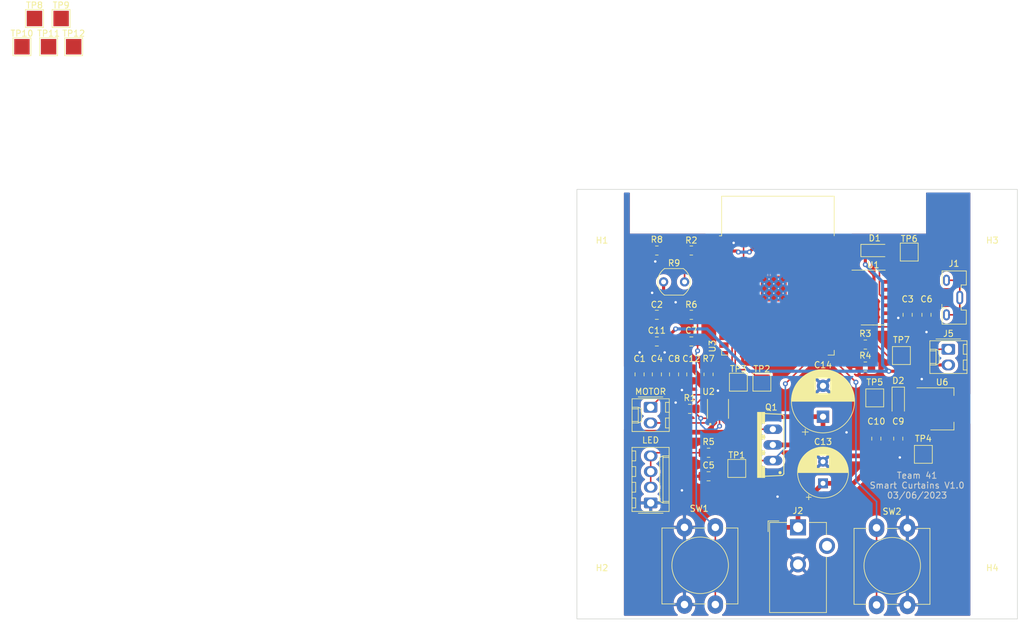
<source format=kicad_pcb>
(kicad_pcb (version 20211014) (generator pcbnew)
  (layers (0 "F.Cu" signal) (31 "B.Cu" signal) (34 "B.Paste" user) (35 "F.Paste" user) (36 "B.SilkS" user "B.Silkscreen") (37 "F.SilkS" user "F.Silkscreen") (38 "B.Mask" user) (39 "F.Mask" user) (44 "Edge.Cuts" user))
  (net 0 "")
  (net 1 "Net-(C3-Pad1)")
  (net 2 "GND")
  (net 3 "+9V")
  (net 4 "/FWD")
  (net 5 "/REV")
  (net 6 "Net-(J1-Pad2)")
  (net 7 "/V_PHOTO")
  (net 8 "Net-(C7-Pad1)")
  (net 9 "+3V3")
  (net 10 "Net-(C10-Pad1)")
  (net 11 "Net-(J1-Pad3)")
  (net 13 "unconnected-(J1-Pad6)")
  (net 14 "Net-(U2-Pad11)")
  (net 15 "/LED")
  (net 16 "/SNS")
  (net 17 "Net-(Q1-PadS)")
  (net 18 "Net-(R2-Pad1)")
  (net 19 "Net-(R3-Pad1)")
  (net 20 "Net-(R7-Pad1)")
  (net 27 "/TXD0")
  (net 28 "/RXD0")
  (net 54 "Net-(C6-Pad1)")
  (net 60 "Net-(SW2-Pad1)")
  (net 63 "Net-(R3-Pad2)")
  (net 64 "Net-(U2-Pad2)")
  (net 65 "Net-(R5-Pad2)")
  (footprint "Capacitor_SMD:C_0805_2012Metric_Pad1.18x1.45mm_HandSolder" (layer "F.Cu") (at 134.112 97.028 180)
    (fp_text reference "C5")
    (fp_text value "1u")
  )
  (footprint "Resistor_SMD:R_0805_2012Metric_Pad1.20x1.40mm_HandSolder" (layer "F.Cu") (at 131.318 70.866)
    (fp_text reference "R6")
    (fp_text value "10k")
  )
  (footprint "TestPoint:TestPoint_Pad_2.5x2.5mm" (layer "F.Cu") (at 161.036 84.328)
    (fp_text reference "TP5")
    (fp_text value "TestPoint")
  )
  (footprint "Connector_Molex:Molex_KK-254_AE-6410-04A_1x04_P2.54mm_Vertical" (layer "F.Cu") (at 124.734 101.346 90)
    (fp_text reference "J4" hide)
    (fp_text value "LED")
  )
  (footprint "Capacitor_SMD:C_0805_2012Metric_Pad1.18x1.45mm_HandSolder" (layer "F.Cu") (at 164.846 90.932 -90)
    (fp_text reference "C9")
    (fp_text value "10u")
  )
  (footprint "Capacitor_SMD:C_0805_2012Metric_Pad1.18x1.45mm_HandSolder" (layer "F.Cu") (at 166.37 70.866 -90)
    (fp_text reference "C3")
    (fp_text value ".47u")
  )
  (footprint "Capacitor_SMD:C_0805_2012Metric_Pad1.18x1.45mm_HandSolder" (layer "F.Cu") (at 128.524 80.518 -90)
    (fp_text reference "C8")
    (fp_text value "10u")
  )
  (footprint "Button_Switch_THT:SW_PUSH-12mm_Wuerth-430476085716" (layer "F.Cu") (at 130.208 117.81 90)
    (fp_text reference "SW1")
    (fp_text value "RST")
  )
  (footprint "Capacitor_THT:CP_Radial_D10.0mm_P5.00mm" (layer "F.Cu") (at 152.654 87.376 90)
    (fp_text reference "C14")
    (fp_text value "470u")
  )
  (footprint "TestPoint:TestPoint_Pad_2.5x2.5mm" (layer "F.Cu") (at 138.938 81.788)
    (fp_text reference "TP3")
    (fp_text value "TestPoint")
  )
  (footprint "Package_SO:SOIC-14_3.9x8.7mm_P1.27mm" (layer "F.Cu") (at 160.782 68.072)
    (fp_text reference "U1")
    (fp_text value "MCP2221AxSL")
  )
  (footprint "Capacitor_SMD:C_0805_2012Metric_Pad1.18x1.45mm_HandSolder" (layer "F.Cu") (at 122.936 80.518 -90)
    (fp_text reference "C1")
    (fp_text value ".1u")
  )
  (footprint "TestPoint:TestPoint_Pad_2.5x2.5mm" (layer "F.Cu") (at 166.624 60.706)
    (fp_text reference "TP6")
    (fp_text value "TestPoint")
  )
  (footprint "TestPoint:TestPoint_Pad_2.5x2.5mm" (layer "F.Cu") (at 31.242 27.432)
    (fp_text reference "TP12")
    (fp_text value "TestPoint")
  )
  (footprint "MountingHole:MountingHole_3.2mm_M3" (layer "F.Cu") (at 180.086 54.61 180)
    (fp_text reference "H3")
    (fp_text value "MountingHole")
  )
  (footprint "TestPoint:TestPoint_Pad_2.5x2.5mm" (layer "F.Cu") (at 27.178 27.432)
    (fp_text reference "TP11")
    (fp_text value "TestPoint")
  )
  (footprint "Resistor_SMD:R_0805_2012Metric_Pad1.20x1.40mm_HandSolder" (layer "F.Cu") (at 131.064 86.106 180)
    (fp_text reference "R1")
    (fp_text value "1k")
  )
  (footprint "TestPoint:TestPoint_Pad_2.5x2.5mm" (layer "F.Cu") (at 24.892 22.86)
    (fp_text reference "TP8")
    (fp_text value "TestPoint")
  )
  (footprint "Capacitor_SMD:C_0805_2012Metric_Pad1.18x1.45mm_HandSolder" (layer "F.Cu") (at 169.418 70.866 -90)
    (fp_text reference "C6")
    (fp_text value "1u")
  )
  (footprint "Button_Switch_THT:SW_PUSH-12mm_Wuerth-430476085716" (layer "F.Cu") (at 161.33 117.872 90)
    (fp_text reference "SW2")
    (fp_text value "FLASH")
  )
  (footprint "Diode_SMD:D_SOD-123" (layer "F.Cu") (at 161.036 60.452)
    (fp_text reference "D1")
    (fp_text value "MBR0520")
  )
  (footprint "Resistor_SMD:R_0805_2012Metric_Pad1.20x1.40mm_HandSolder" (layer "F.Cu") (at 159.512 75.692 180)
    (fp_text reference "R3")
    (fp_text value "1k")
  )
  (footprint "Connector_Molex:Molex_KK-254_AE-6410-02A_1x02_P2.54mm_Vertical" (layer "F.Cu") (at 172.954 76.454 -90)
    (fp_text reference "J5")
    (fp_text value "BUTTON")
  )
  (footprint "Capacitor_SMD:C_0805_2012Metric_Pad1.18x1.45mm_HandSolder" (layer "F.Cu") (at 131.318 75.184 180)
    (fp_text reference "C7")
    (fp_text value "1u")
  )
  (footprint "Capacitor_SMD:C_0805_2012Metric_Pad1.18x1.45mm_HandSolder" (layer "F.Cu") (at 161.29 90.932 -90)
    (fp_text reference "C10")
    (fp_text value "22u")
  )
  (footprint "Capacitor_SMD:C_0805_2012Metric_Pad1.18x1.45mm_HandSolder" (layer "F.Cu") (at 125.73 75.184 180)
    (fp_text reference "C11")
    (fp_text value "22u")
  )
  (footprint "Connector_BarrelJack:BarrelJack_CUI_PJ-102AH_Horizontal" (layer "F.Cu") (at 148.602 105.306)
    (fp_text reference "J2")
    (fp_text value "9V_IN")
  )
  (footprint "TestPoint:TestPoint_Pad_2.5x2.5mm" (layer "F.Cu") (at 165.354 77.47)
    (fp_text reference "TP7")
    (fp_text value "TestPoint")
  )
  (footprint "TestPoint:TestPoint_Pad_2.5x2.5mm" (layer "F.Cu") (at 29.21 22.86)
    (fp_text reference "TP9")
    (fp_text value "TestPoint")
  )
  (footprint "IRF520:TO220BV" (layer "F.Cu") (at 141.986 91.948 90)
    (fp_text reference "Q1")
    (fp_text value "IRF520")
  )
  (footprint "Resistor_SMD:R_0805_2012Metric_Pad1.20x1.40mm_HandSolder" (layer "F.Cu") (at 134.112 93.218 180)
    (fp_text reference "R5")
    (fp_text value "1k")
  )
  (footprint "Resistor_SMD:R_0805_2012Metric_Pad1.20x1.40mm_HandSolder" (layer "F.Cu") (at 131.318 60.452)
    (fp_text reference "R2")
    (fp_text value "1k")
  )
  (footprint "RF_Module:ESP32-WROOM-32" (layer "F.Cu") (at 145.35 67.515)
    (fp_text reference "U3")
    (fp_text value "ESP32-WROOM-32")
  )
  (footprint "Capacitor_SMD:C_0805_2012Metric_Pad1.18x1.45mm_HandSolder" (layer "F.Cu") (at 125.73 80.518 -90)
    (fp_text reference "C4")
    (fp_text value "1u")
  )
  (footprint "Resistor_SMD:R_0805_2012Metric_Pad1.20x1.40mm_HandSolder" (layer "F.Cu") (at 159.512 79.248 180)
    (fp_text reference "R4")
    (fp_text value "1k")
  )
  (footprint "TestPoint:TestPoint_Pad_2.5x2.5mm" (layer "F.Cu") (at 168.91 93.472)
    (fp_text reference "TP4")
    (fp_text value "TestPoint")
  )
  (footprint "Diode_SMD:D_SOD-123" (layer "F.Cu") (at 164.846 84.836 -90)
    (fp_text reference "D2")
    (fp_text value "MBR0520")
  )
  (footprint "MAX14872ETC_:SON50P300X300X80-13N" (layer "F.Cu") (at 135.636 86.106 90)
    (fp_text reference "U2")
    (fp_text value "MAX14872ETC+")
  )
  (footprint "MountingHole:MountingHole_3.2mm_M3" (layer "F.Cu") (at 180.086 116.078)
    (fp_text reference "H4")
    (fp_text value "MountingHole")
  )
  (footprint "Resistor_SMD:R_0805_2012Metric_Pad1.20x1.40mm_HandSolder" (layer "F.Cu") (at 125.73 60.452 180)
    (fp_text reference "R8")
    (fp_text value "20k")
  )
  (footprint "TestPoint:TestPoint_Pad_2.5x2.5mm" (layer "F.Cu") (at 22.86 27.432)
    (fp_text reference "TP10")
    (fp_text value "TestPoint")
  )
  (footprint "MountingHole:MountingHole_3.2mm_M3" (layer "F.Cu") (at 116.84 116.078)
    (fp_text reference "H2")
    (fp_text value "MountingHole")
  )
  (footprint "Capacitor_THT:CP_Radial_D8.0mm_P3.50mm" (layer "F.Cu") (at 152.654 98.172651 90)
    (fp_text reference "C13")
    (fp_text value "220u")
  )
  (footprint "TestPoint:TestPoint_Pad_2.5x2.5mm" (layer "F.Cu") (at 138.684 95.758)
    (fp_text reference "TP1")
    (fp_text value "TestPoint")
  )
  (footprint "Package_TO_SOT_SMD:SOT-223" (layer "F.Cu") (at 171.958 86.106)
    (fp_text reference "U6")
    (fp_text value "AZ1117-3.3")
  )
  (footprint "TestPoint:TestPoint_Pad_2.5x2.5mm" (layer "F.Cu") (at 142.748 81.788)
    (fp_text reference "TP2")
    (fp_text value "TestPoint")
  )
  (footprint "Connector_Molex:Molex_KK-254_AE-6410-02A_1x02_P2.54mm_Vertical" (layer "F.Cu") (at 124.714 85.852 -90)
    (fp_text reference "J3" hide)
    (fp_text value "MOTOR")
  )
  (footprint "MountingHole:MountingHole_3.2mm_M3" (layer "F.Cu") (at 116.84 54.61 180)
    (fp_text reference "H1")
    (fp_text value "MountingHole")
  )
  (footprint "Capacitor_SMD:C_0805_2012Metric_Pad1.18x1.45mm_HandSolder" (layer "F.Cu") (at 125.73 70.866 180)
    (fp_text reference "C2")
    (fp_text value ".1u")
  )
  (footprint "Capacitor_SMD:C_0805_2012Metric_Pad1.18x1.45mm_HandSolder" (layer "F.Cu") (at 131.318 80.518 -90)
    (fp_text reference "C12")
    (fp_text value "22u")
  )
  (footprint "Resistor_SMD:R_0805_2012Metric_Pad1.20x1.40mm_HandSolder" (layer "F.Cu") (at 134.112 80.518 90)
    (fp_text reference "R7")
    (fp_text value "10k")
  )
  (footprint "Connector_USB:USB_Micro-B_Molex-105133-0031" (layer "F.Cu") (at 173.736 68.072 90)
    (fp_text reference "J1")
    (fp_text value "USB_B_Micro")
  )
  (footprint "OptoDevice:R_LDR_5.1x4.3mm_P3.4mm_Vertical" (layer "F.Cu") (at 126.824 65.532)
    (fp_text reference "R9")
    (fp_text value "R_Photo")
  )
  (gr_rect (start 184.15 50.546) (end 112.776 120.142) (layer "Edge.Cuts") (width 0.1) (fill none))
  (gr_text "Team 41\nSmart Curtains V1.0\n03/06/2023\n\n" (at 167.894 99.314) (layer "Edge.Cuts") (effects (font (size 1 1))))
  (segment (start 164.084 68.072) (end 163.257 68.072) (width 0.254) (layer "F.Cu") (net 1))
  (segment (start 161.798 61.34) (end 161.798 67.564) (width 0.254) (layer "F.Cu") (net 1))
  (segment (start 166.37 69.8285) (end 165.8405 69.8285) (width 0.254) (layer "F.Cu") (net 1))
  (segment (start 161.798 67.564) (end 162.306 68.072) (width 0.254) (layer "F.Cu") (net 1))
  (segment (start 166.37 60.452) (end 166.624 60.706) (width 0.254) (layer "F.Cu") (net 1))
  (segment (start 165.8405 69.8285) (end 164.084 68.072) (width 0.254) (layer "F.Cu") (net 1))
  (segment (start 162.306 68.072) (end 163.257 68.072) (width 0.254) (layer "F.Cu") (net 1))
  (segment (start 162.686 60.452) (end 166.37 60.452) (width 0.254) (layer "F.Cu") (net 1))
  (segment (start 162.686 60.452) (end 161.798 61.34) (width 0.254) (layer "F.Cu") (net 1))
  (segment (start 136.6485 59.2165) (end 136.6 59.265) (width 0.254) (layer "F.Cu") (net 2))
  (segment (start 135.886 84.661) (end 135.886 83.41652) (width 0.254) (layer "F.Cu") (net 2))
  (segment (start 167.61 66.772) (end 165.1 64.262) (width 0.254) (layer "F.Cu") (net 2))
  (segment (start 172.911 66.772) (end 167.61 66.772) (width 0.254) (layer "F.Cu") (net 2))
  (segment (start 144.67 66.605) (end 145.485 66.605) (width 0.254) (layer "F.Cu") (net 2))
  (segment (start 165.1 64.262) (end 163.257 64.262) (width 0.254) (layer "F.Cu") (net 2))
  (segment (start 135.886 83.41652) (end 135.631016 83.161536) (width 0.254) (layer "F.Cu") (net 2))
  (segment (start 138.176 59.2165) (end 136.6485 59.2165) (width 0.254) (layer "F.Cu") (net 2))
  (via (at 164.846 71.374) (size 0.8) (drill 0.4) (layers "F.Cu" "B.Cu") (net 2))
  (via (at 128.778 68.834) (size 0.8) (drill 0.4) (layers "F.Cu" "B.Cu") (net 2))
  (via (at 129.794 83.058) (size 0.8) (drill 0.4) (layers "F.Cu" "B.Cu") (net 2))
  (via (at 122.936 76.962) (size 0.8) (drill 0.4) (layers "F.Cu" "B.Cu") (net 2))
  (via (at 165.1 93.98) (size 0.8) (drill 0.4) (layers "F.Cu" "B.Cu") (net 2))
  (via (at 124.968 67.31) (size 0.8) (drill 0.4) (layers "F.Cu" "B.Cu") (net 2))
  (via (at 168.656 81.28) (size 0.8) (drill 0.4) (layers "F.Cu" "B.Cu") (net 2))
  (via (at 138.176 59.2165) (size 0.8) (drill 0.4) (layers "F.Cu" "B.Cu") (net 2))
  (via (at 127 76.962) (size 0.8) (drill 0.4) (layers "F.Cu" "B.Cu") (net 2))
  (via (at 145.288 100.33) (size 0.8) (drill 0.4) (layers "F.Cu" "B.Cu") (net 2))
  (via (at 125.476 62.23) (size 0.8) (drill 0.4) (layers "F.Cu" "B.Cu") (net 2))
  (via (at 169.418 73.66) (size 0.8) (drill 0.4) (layers "F.Cu" "B.Cu") (net 2))
  (via (at 128.778 85.09) (size 0.8) (drill 0.4) (layers "F.Cu" "B.Cu") (net 2))
  (via (at 156.464 89.916) (size 0.8) (drill 0.4) (layers "F.Cu" "B.Cu") (net 2))
  (via (at 135.631016 83.161536) (size 0.8) (drill 0.4) (layers "F.Cu" "B.Cu") (net 2))
  (via (at 129.794 99.314) (size 0.8) (drill 0.4) (layers "F.Cu" "B.Cu") (net 2))
  (segment (start 140.254634 59.2165) (end 138.176 59.2165) (width 0.254) (layer "B.Cu") (net 2))
  (segment (start 143.9075 65.08) (end 143.9075 62.869366) (width 0.254) (layer "B.Cu") (net 2))
  (segment (start 143.9075 62.869366) (end 140.254634 59.2165) (width 0.254) (layer "B.Cu") (net 2))
  (segment (start 122.936 79.4805) (end 125.73 79.4805) (width 0.762) (layer "F.Cu") (net 3))
  (segment (start 131.318 79.4805) (end 132.624 80.7865) (width 0.762) (layer "F.Cu") (net 3))
  (segment (start 135.386 83.943948) (end 134.754052 83.312) (width 0.254) (layer "F.Cu") (net 3))
  (segment (start 135.386 84.661) (end 135.386 83.943948) (width 0.254) (layer "F.Cu") (net 3))
  (segment (start 128.524 79.4805) (end 131.318 79.4805) (width 0.762) (layer "F.Cu") (net 3))
  (segment (start 152.654 89.662) (end 152.654 87.376) (width 0.762) (layer "F.Cu") (net 3))
  (segment (start 143.4275 105.306) (end 148.602 105.306) (width 0.762) (layer "F.Cu") (net 3))
  (segment (start 133.858 83.312) (end 133.604 83.058) (width 0.254) (layer "F.Cu") (net 3))
  (segment (start 141.732 87.376) (end 139.221286 89.886714) (width 0.762) (layer "F.Cu") (net 3))
  (segment (start 153.162 91.948) (end 144.526 91.948) (width 0.762) (layer "F.Cu") (net 3))
  (segment (start 132.624 82.078) (end 133.604 83.058) (width 0.762) (layer "F.Cu") (net 3))
  (segment (start 122.398714 89.886714) (end 121.158 88.646) (width 0.762) (layer "F.Cu") (net 3))
  (segment (start 154.051 91.059) (end 153.162 91.948) (width 0.762) (layer "F.Cu") (net 3))
  (segment (start 121.158 80.01) (end 121.6875 79.4805) (width 0.762) (layer "F.Cu") (net 3))
  (segment (start 135.386 88.388) (end 134.674 89.1) (width 0.254) (layer "F.Cu") (net 3))
  (segment (start 152.654 87.376) (end 141.732 87.376) (width 0.762) (layer "F.Cu") (net 3))
  (segment (start 135.386 87.551) (end 135.386 88.388) (width 0.254) (layer "F.Cu") (net 3))
  (segment (start 134.674 89.1) (end 134.62 89.1) (width 0.254) (layer "F.Cu") (net 3))
  (segment (start 154.051 91.059) (end 152.654 89.662) (width 0.762) (layer "F.Cu") (net 3))
  (segment (start 166.3345 88.406) (end 164.846 89.8945) (width 0.762) (layer "F.Cu") (net 3))
  (segment (start 133.320714 89.886714) (end 122.398714 89.886714) (width 0.762) (layer "F.Cu") (net 3))
  (segment (start 163.54 92.238) (end 162.052 93.726) (width 0.762) (layer "F.Cu") (net 3))
  (segment (start 164.846 89.8945) (end 163.54 91.2005) (width 0.762) (layer "F.Cu") (net 3))
  (segment (start 148.602 102.224651) (end 152.654 98.172651) (width 0.762) (layer "F.Cu") (net 3))
  (segment (start 133.320714 89.886714) (end 133.833286 89.886714) (width 0.762) (layer "F.Cu") (net 3))
  (segment (start 162.052 93.726) (end 157.605349 98.172651) (width 0.762) (layer "F.Cu") (net 3))
  (segment (start 156.718 93.726) (end 154.051 91.059) (width 0.762) (layer "F.Cu") (net 3))
  (segment (start 168.808 88.406) (end 166.3345 88.406) (width 0.762) (layer "F.Cu") (net 3))
  (segment (start 133.833286 89.886714) (end 134.62 89.1) (width 0.762) (layer "F.Cu") (net 3))
  (segment (start 148.602 105.306) (end 148.602 102.224651) (width 0.762) (layer "F.Cu") (net 3))
  (segment (start 163.54 91.2005) (end 163.54 92.238) (width 0.762) (layer "F.Cu") (net 3))
  (segment (start 133.320714 89.886714) (end 139.221286 89.886714) (width 0.762) (layer "F.Cu") (net 3))
  (segment (start 135.1495 97.028) (end 143.4275 105.306) (width 0.762) (layer "F.Cu") (net 3))
  (segment (start 134.754052 83.312) (end 133.858 83.312) (width 0.254) (layer "F.Cu") (net 3))
  (segment (start 157.605349 98.172651) (end 152.654 98.172651) (width 0.762) (layer "F.Cu") (net 3))
  (segment (start 132.624 80.7865) (end 132.624 82.078) (width 0.762) (layer "F.Cu") (net 3))
  (segment (start 168.808 88.406) (end 168.808 93.066) (width 0.762) (layer "F.Cu") (net 3))
  (segment (start 162.052 93.726) (end 156.718 93.726) (width 0.762) (layer "F.Cu") (net 3))
  (segment (start 121.6875 79.4805) (end 122.936 79.4805) (width 0.762) (layer "F.Cu") (net 3))
  (segment (start 121.158 88.646) (end 121.158 80.01) (width 0.762) (layer "F.Cu") (net 3))
  (segment (start 125.73 79.4805) (end 128.524 79.4805) (width 0.762) (layer "F.Cu") (net 3))
  (segment (start 136.714297 88.392) (end 138.176 88.392) (width 0.254) (layer "F.Cu") (net 4))
  (segment (start 142.748 81.788) (end 140.716 79.756) (width 0.254) (layer "F.Cu") (net 4))
  (segment (start 142.748 83.82) (end 142.748 81.788) (width 0.254) (layer "F.Cu") (net 4))
  (segment (start 139.192 79.756) (end 138.43 78.994) (width 0.254) (layer "F.Cu") (net 4))
  (segment (start 136.386 87.551) (end 136.386 88.063703) (width 0.254) (layer "F.Cu") (net 4))
  (segment (start 138.43 78.994) (end 138.43 75.438) (width 0.254) (layer "F.Cu") (net 4))
  (segment (start 140.716 79.756) (end 139.192 79.756) (width 0.254) (layer "F.Cu") (net 4))
  (segment (start 141.532 72.336) (end 148.39 72.336) (width 0.254) (layer "F.Cu") (net 4))
  (segment (start 138.43 75.438) (end 141.532 72.336) (width 0.254) (layer "F.Cu") (net 4))
  (segment (start 151.301 69.425) (end 154.1 69.425) (width 0.254) (layer "F.Cu") (net 4))
  (segment (start 138.176 88.392) (end 142.748 83.82) (width 0.254) (layer "F.Cu") (net 4))
  (segment (start 136.386 88.063703) (end 136.714297 88.392) (width 0.254) (layer "F.Cu") (net 4))
  (segment (start 148.39 72.336) (end 151.301 69.425) (width 0.254) (layer "F.Cu") (net 4))
  (segment (start 138.938 86.36) (end 138.938 81.788) (width 0.254) (layer "F.Cu") (net 5))
  (segment (start 137.747 87.551) (end 138.938 86.36) (width 0.254) (layer "F.Cu") (net 5))
  (segment (start 137.922 80.772) (end 137.922 75.184) (width 0.254) (layer "F.Cu") (net 5))
  (segment (start 138.938 81.788) (end 137.922 80.772) (width 0.254) (layer "F.Cu") (net 5))
  (segment (start 136.886 87.551) (end 137.747 87.551) (width 0.254) (layer "F.Cu") (net 5))
  (segment (start 151.809 68.155) (end 154.1 68.155) (width 0.254) (layer "F.Cu") (net 5))
  (segment (start 141.224 71.882) (end 148.082 71.882) (width 0.254) (layer "F.Cu") (net 5))
  (segment (start 148.082 71.882) (end 151.809 68.155) (width 0.254) (layer "F.Cu") (net 5))
  (segment (start 137.922 75.184) (end 141.224 71.882) (width 0.254) (layer "F.Cu") (net 5))
  (segment (start 166.766 68.722) (end 164.846 66.802) (width 0.254) (layer "F.Cu") (net 6))
  (segment (start 164.846 66.802) (end 163.257 66.802) (width 0.254) (layer "F.Cu") (net 6))
  (segment (start 172.911 68.722) (end 166.766 68.722) (width 0.254) (layer "F.Cu") (net 6))
  (segment (start 138.938 58.166) (end 139.783 59.011) (width 0.254) (layer "F.Cu") (net 7))
  (segment (start 138.938 63.075) (end 136.6 63.075) (width 0.25) (layer "F.Cu") (net 7))
  (segment (start 139.783 59.436) (end 139.783 62.23) (width 0.25) (layer "F.Cu") (net 7))
  (segment (start 132.318 60.452) (end 132.318 60.128) (width 0.254) (layer "F.Cu") (net 7))
  (segment (start 139.783 62.23) (end 138.938 63.075) (width 0.25) (layer "F.Cu") (net 7))
  (segment (start 132.318 60.128) (end 134.28 58.166) (width 0.254) (layer "F.Cu") (net 7))
  (segment (start 134.28 58.166) (end 138.938 58.166) (width 0.254) (layer "F.Cu") (net 7))
  (segment (start 139.783 59.011) (end 139.783 59.436) (width 0.254) (layer "F.Cu") (net 7))
  (segment (start 132.318 70.866) (end 133.35 70.866) (width 0.254) (layer "F.Cu") (net 8))
  (segment (start 134.112 70.104) (end 134.112 62.738) (width 0.254) (layer "F.Cu") (net 8))
  (segment (start 132.318 70.866) (end 132.318 75.1465) (width 0.254) (layer "F.Cu") (net 8))
  (segment (start 135.208 105.31) (end 135.208 117.81) (width 0.254) (layer "F.Cu") (net 8))
  (segment (start 135.465 61.805) (end 136.6 61.805) (width 0.25) (layer "F.Cu") (net 8))
  (segment (start 134.112 62.738) (end 135.045 61.805) (width 0.254) (layer "F.Cu") (net 8))
  (segment (start 133.35 70.866) (end 134.112 70.104) (width 0.254) (layer "F.Cu") (net 8))
  (segment (start 135.045 61.805) (end 135.465 61.805) (width 0.254) (layer "F.Cu") (net 8))
  (segment (start 132.318 75.1465) (end 132.3555 75.184) (width 0.254) (layer "F.Cu") (net 8))
  (segment (start 132.334 75.2055) (end 132.3555 75.184) (width 0.254) (layer "F.Cu") (net 8))
  (segment (start 132.334 76.708) (end 132.334 75.2055) (width 0.254) (layer "F.Cu") (net 8))
  (via (at 132.334 76.708) (size 0.8) (drill 0.4) (layers "F.Cu" "B.Cu") (net 8))
  (segment (start 132.334 76.708) (end 132.115 76.927) (width 0.254) (layer "B.Cu") (net 8))
  (segment (start 132.115 76.927) (end 132.115 102.217) (width 0.254) (layer "B.Cu") (net 8))
  (segment (start 132.115 102.217) (end 135.208 105.31) (width 0.254) (layer "B.Cu") (net 8))
  (segment (start 168.402 78.994) (end 172.954 78.994) (width 0.508) (layer "F.Cu") (net 9))
  (segment (start 128.778 73.152) (end 128.778 73.1735) (width 0.508) (layer "F.Cu") (net 9))
  (segment (start 128.778 73.1735) (end 126.7675 75.184) (width 0.508) (layer "F.Cu") (net 9))
  (segment (start 132.842 68.342) (end 132.842 62.484) (width 0.508) (layer "F.Cu") (net 9))
  (segment (start 126.824 65.532) (end 126.824 70.8095) (width 0.508) (layer "F.Cu") (net 9))
  (segment (start 126.824 70.8095) (end 126.7675 70.866) (width 0.508) (layer "F.Cu") (net 9))
  (segment (start 159.512 62.738) (end 159.512 60.578) (width 0.508) (layer "F.Cu") (net 9))
  (segment (start 126.7675 70.866) (end 126.7675 75.184) (width 0.508) (layer "F.Cu") (net 9))
  (segment (start 136.6 60.535) (end 138.767 60.535) (width 0.508) (layer "F.Cu") (net 9))
  (segment (start 167.386 80.01) (end 163.322 80.01) (width 0.508) (layer "F.Cu") (net 9))
  (segment (start 158.75 60.452) (end 159.386 60.452) (width 0.508) (layer "F.Cu") (net 9))
  (segment (start 140.716 60.706) (end 143.256 58.166) (width 0.508) (layer "F.Cu") (net 9))
  (segment (start 164.846 83.186) (end 164.846 82.55) (width 0.508) (layer "F.Cu") (net 9))
  (segment (start 132.842 62.484) (end 134.791 60.535) (width 0.508) (layer "F.Cu") (net 9))
  (segment (start 159.512 60.578) (end 159.386 60.452) (width 0.508) (layer "F.Cu") (net 9))
  (segment (start 167.386 80.01) (end 168.402 78.994) (width 0.508) (layer "F.Cu") (net 9))
  (segment (start 134.791 60.535) (end 136.6 60.535) (width 0.508) (layer "F.Cu") (net 9))
  (segment (start 126.7675 70.866) (end 130.318 70.866) (width 0.508) (layer "F.Cu") (net 9))
  (segment (start 143.256 58.166) (end 156.464 58.166) (width 0.508) (layer "F.Cu") (net 9))
  (segment (start 130.318 70.866) (end 132.842 68.342) (width 0.508) (layer "F.Cu") (net 9))
  (segment (start 164.846 82.55) (end 167.386 80.01) (width 0.508) (layer "F.Cu") (net 9))
  (segment (start 156.464 58.166) (end 158.75 60.452) (width 0.508) (layer "F.Cu") (net 9))
  (segment (start 138.767 60.535) (end 138.938 60.706) (width 0.508) (layer "F.Cu") (net 9))
  (via (at 163.322 80.01) (size 0.8) (drill 0.4) (layers "F.Cu" "B.Cu") (net 9))
  (via (at 138.938 60.706) (size 0.8) (drill 0.4) (layers "F.Cu" "B.Cu") (net 9))
  (via (at 128.778 73.152) (size 0.8) (drill 0.4) (layers "F.Cu" "B.Cu") (net 9))
  (via (at 140.716 60.706) (size 0.8) (drill 0.4) (layers "F.Cu" "B.Cu") (net 9))
  (via (at 159.512 62.738) (size 0.8) (drill 0.4) (layers "F.Cu" "B.Cu") (net 9))
  (segment (start 162.306 78.994) (end 162.306 65.532) (width 0.508) (layer "B.Cu") (net 9))
  (segment (start 163.322 80.01) (end 140.716 80.01) (width 0.508) (layer "B.Cu") (net 9))
  (segment (start 163.322 80.01) (end 162.306 78.994) (width 0.508) (layer "B.Cu") (net 9))
  (segment (start 140.716 80.01) (end 133.858 73.152) (width 0.508) (layer "B.Cu") (net 9))
  (segment (start 138.938 60.706) (end 140.716 60.706) (width 0.508) (layer "B.Cu") (net 9))
  (segment (start 162.306 65.532) (end 159.512 62.738) (width 0.508) (layer "B.Cu") (net 9))
  (segment (start 133.858 73.152) (end 128.778 73.152) (width 0.508) (layer "B.Cu") (net 9))
  (segment (start 162.688 84.328) (end 164.846 86.486) (width 0.508) (layer "F.Cu") (net 10))
  (segment (start 164.846 86.486) (end 168.428 86.486) (width 0.508) (layer "F.Cu") (net 10))
  (segment (start 161.29 89.8945) (end 161.036 89.6405) (width 0.508) (layer "F.Cu") (net 10))
  (segment (start 168.428 86.486) (end 168.808 86.106) (width 0.508) (layer "F.Cu") (net 10))
  (segment (start 161.036 84.328) (end 162.688 84.328) (width 0.508) (layer "F.Cu") (net 10))
  (segment (start 161.036 89.6405) (end 161.036 84.328) (width 0.508) (layer "F.Cu") (net 10))
  (segment (start 164.592 65.532) (end 167.132 68.072) (width 0.254) (layer "F.Cu") (net 11))
  (segment (start 167.132 68.072) (end 172.911 68.072) (width 0.254) (layer "F.Cu") (net 11))
  (segment (start 163.257 65.532) (end 164.592 65.532) (width 0.254) (layer "F.Cu") (net 11))
  (segment (start 173.73 65.272) (end 172.661 65.272) (width 0.254) (layer "F.Cu") (net 13))
  (segment (start 173.73 70.872) (end 174.811 69.791) (width 0.254) (layer "F.Cu") (net 13))
  (segment (start 172.661 70.872) (end 173.73 70.872) (width 0.254) (layer "F.Cu") (net 13))
  (segment (start 174.811 69.791) (end 174.811 68.072) (width 0.254) (layer "F.Cu") (net 13))
  (segment (start 174.811 66.353) (end 173.73 65.272) (width 0.254) (layer "F.Cu") (net 13))
  (segment (start 174.811 68.072) (end 174.811 66.353) (width 0.254) (layer "F.Cu") (net 13))
  (segment (start 124.714 85.852) (end 126.746 83.82) (width 0.254) (layer "F.Cu") (net 14))
  (segment (start 134.62 83.82) (end 134.886 84.086) (width 0.254) (layer "F.Cu") (net 14))
  (segment (start 134.886 84.086) (end 134.886 84.661) (width 0.254) (layer "F.Cu") (net 14))
  (segment (start 126.746 83.82) (end 134.62 83.82) (width 0.254) (layer "F.Cu") (net 14))
  (segment (start 150.368 78.232) (end 151.638 78.232) (width 0.254) (layer "F.Cu") (net 15))
  (segment (start 153.079 71.965) (end 154.1 71.965) (width 0.254) (layer "F.Cu") (net 15))
  (segment (start 152.4 72.644) (end 153.079 71.965) (width 0.254) (layer "F.Cu") (net 15))
  (segment (start 146.558 82.042) (end 150.368 78.232) (width 0.254) (layer "F.Cu") (net 15))
  (segment (start 138.684 95.758) (end 140.716 95.758) (width 0.254) (layer "F.Cu") (net 15))
  (segment (start 151.638 78.232) (end 152.4 77.47) (width 0.254) (layer "F.Cu") (net 15))
  (segment (start 140.716 95.758) (end 141.986 94.488) (width 0.254) (layer "F.Cu") (net 15))
  (segment (start 141.986 94.488) (end 144.526 94.488) (width 0.254) (layer "F.Cu") (net 15))
  (segment (start 152.4 77.47) (end 152.4 72.644) (width 0.254) (layer "F.Cu") (net 15))
  (via (at 146.558 82.042) (size 0.8) (drill 0.4) (layers "F.Cu" "B.Cu") (net 15))
  (segment (start 146.558 92.456) (end 146.558 82.042) (width 0.254) (layer "B.Cu") (net 15))
  (segment (start 144.526 94.488) (end 146.558 92.456) (width 0.254) (layer "B.Cu") (net 15))
  (segment (start 132.064 86.852) (end 132.842 87.63) (width 0.254) (layer "F.Cu") (net 16))
  (segment (start 135.886 87.551) (end 135.886 88.896) (width 0.254) (layer "F.Cu") (net 16))
  (segment (start 135.886 88.896) (end 135.895714 88.905714) (width 0.254) (layer "F.Cu") (net 16))
  (segment (start 132.064 86.106) (end 132.064 85.36) (width 0.254) (layer "F.Cu") (net 16))
  (segment (start 132.842 87.63) (end 134.307 87.63) (width 0.254) (layer "F.Cu") (net 16))
  (segment (start 132.763 84.661) (end 134.386 84.661) (width 0.254) (layer "F.Cu") (net 16))
  (segment (start 132.064 86.106) (end 132.064 86.852) (width 0.254) (layer "F.Cu") (net 16))
  (segment (start 134.307 87.63) (end 134.386 87.551) (width 0.254) (layer "F.Cu") (net 16))
  (segment (start 132.064 85.36) (end 132.763 84.661) (width 0.254) (layer "F.Cu") (net 16))
  (via (at 132.842 87.63) (size 0.8) (drill 0.4) (layers "F.Cu" "B.Cu") (net 16))
  (via (at 135.895714 88.905714) (size 0.8) (drill 0.4) (layers "F.Cu" "B.Cu") (net 16))
  (segment (start 135.382 89.408) (end 133.604 89.408) (width 0.254) (layer "B.Cu") (net 16))
  (segment (start 132.842 88.646) (end 132.842 87.63) (width 0.254) (layer "B.Cu") (net 16))
  (segment (start 135.884286 88.905714) (end 135.382 89.408) (width 0.254) (layer "B.Cu") (net 16))
  (segment (start 133.604 89.408) (end 132.842 88.646) (width 0.254) (layer "B.Cu") (net 16))
  (segment (start 135.895714 88.905714) (end 135.884286 88.905714) (width 0.254) (layer "B.Cu") (net 16))
  (segment (start 135.112 93.218) (end 137.414 93.218) (width 0.254) (layer "F.Cu") (net 17))
  (segment (start 137.414 93.218) (end 141.224 89.408) (width 0.254) (layer "F.Cu") (net 17))
  (segment (start 141.224 89.408) (end 144.526 89.408) (width 0.254) (layer "F.Cu") (net 17))
  (segment (start 126.73 60.452) (end 130.318 60.452) (width 0.25) (layer "F.Cu") (net 18))
  (segment (start 130.224 60.546) (end 130.318 60.452) (width 0.25) (layer "F.Cu") (net 18))
  (segment (start 130.224 65.532) (end 130.224 60.546) (width 0.25) (layer "F.Cu") (net 18))
  (segment (start 163.068 77.47) (end 165.354 77.47) (width 0.254) (layer "F.Cu") (net 19))
  (segment (start 166.878 77.47) (end 167.894 76.454) (width 0.254) (layer "F.Cu") (net 19))
  (segment (start 165.354 77.47) (end 166.878 77.47) (width 0.254) (layer "F.Cu") (net 19))
  (segment (start 161.29 75.692) (end 163.068 77.47) (width 0.254) (layer "F.Cu") (net 19))
  (segment (start 167.894 76.454) (end 172.954 76.454) (width 0.254) (layer "F.Cu") (net 19))
  (segment (start 160.512 75.692) (end 161.29 75.692) (width 0.254) (layer "F.Cu") (net 19))
  (segment (start 160.512 75.692) (end 160.512 79.248) (width 0.254) (layer "F.Cu") (net 19))
  (segment (start 136.386 84.661) (end 136.386 82.665) (width 0.254) (layer "F.Cu") (net 20))
  (segment (start 135.239 81.518) (end 134.112 81.518) (width 0.254) (layer "F.Cu") (net 20))
  (segment (start 136.386 82.665) (end 135.239 81.518) (width 0.254) (layer "F.Cu") (net 20))
  (segment (start 155.277 63.075) (end 154.1 63.075) (width 0.254) (layer "F.Cu") (net 27))
  (segment (start 158.307 69.342) (end 156.972 69.342) (width 0.254) (layer "F.Cu") (net 27))
  (segment (start 156.972 69.342) (end 156.21 68.58) (width 0.254) (layer "F.Cu") (net 27))
  (segment (start 156.21 64.008) (end 155.277 63.075) (width 0.254) (layer "F.Cu") (net 27))
  (segment (start 156.21 68.58) (end 156.21 64.008) (width 0.254) (layer "F.Cu") (net 27))
  (segment (start 155.702 70.104) (end 156.21 70.612) (width 0.254) (layer "F.Cu") (net 28))
  (segment (start 154.1 64.345) (end 155.023 64.345) (width 0.254) (layer "F.Cu") (net 28))
  (segment (start 155.702 65.024) (end 155.702 70.104) (width 0.254) (layer "F.Cu") (net 28))
  (segment (start 155.023 64.345) (end 155.702 65.024) (width 0.254) (layer "F.Cu") (net 28))
  (segment (start 156.21 70.612) (end 158.307 70.612) (width 0.254) (layer "F.Cu") (net 28))
  (segment (start 172.911 69.372) (end 170.912 69.372) (width 0.254) (layer "F.Cu") (net 54))
  (segment (start 159.512 64.262) (end 158.307 64.262) (width 0.254) (layer "F.Cu") (net 54))
  (segment (start 168.366 70.14) (end 168.366 72.39) (width 0.254) (layer "F.Cu") (net 54))
  (segment (start 169.418 69.8285) (end 168.6775 69.8285) (width 0.254) (layer "F.Cu") (net 54))
  (segment (start 169.4395 69.85) (end 169.418 69.8285) (width 0.254) (layer "F.Cu") (net 54))
  (segment (start 168.6775 69.8285) (end 168.366 70.14) (width 0.254) (layer "F.Cu") (net 54))
  (segment (start 160.02 64.77) (end 159.512 64.262) (width 0.254) (layer "F.Cu") (net 54))
  (segment (start 168.366 72.39) (end 167.938 72.818) (width 0.254) (layer "F.Cu") (net 54))
  (segment (start 170.434 69.85) (end 169.4395 69.85) (width 0.254) (layer "F.Cu") (net 54))
  (segment (start 167.938 72.818) (end 160.702 72.818) (width 0.254) (layer "F.Cu") (net 54))
  (segment (start 160.02 72.136) (end 160.02 64.77) (width 0.254) (layer "F.Cu") (net 54))
  (segment (start 170.912 69.372) (end 170.434 69.85) (width 0.254) (layer "F.Cu") (net 54))
  (segment (start 160.702 72.818) (end 160.02 72.136) (width 0.254) (layer "F.Cu") (net 54))
  (segment (start 154.1 77.9) (end 154.1 75.775) (width 0.254) (layer "F.Cu") (net 60))
  (segment (start 157.988 81.788) (end 154.1 77.9) (width 0.254) (layer "F.Cu") (net 60))
  (segment (start 161.33 117.872) (end 161.33 105.372) (width 0.254) (layer "F.Cu") (net 60))
  (via (at 157.988 81.788) (size 0.8) (drill 0.4) (layers "F.Cu" "B.Cu") (net 60))
  (segment (start 157.988 97.79) (end 157.988 81.788) (width 0.254) (layer "B.Cu") (net 60))
  (segment (start 157.988 97.79) (end 161.33 101.132) (width 0.254) (layer "B.Cu") (net 60))
  (segment (start 161.33 101.132) (end 161.33 105.372) (width 0.254) (layer "B.Cu") (net 60))
  (segment (start 154.769 73.235) (end 157.226 75.692) (width 0.254) (layer "F.Cu") (net 63))
  (segment (start 154.1 73.235) (end 154.769 73.235) (width 0.254) (layer "F.Cu") (net 63))
  (segment (start 157.226 75.692) (end 158.512 75.692) (width 0.254) (layer "F.Cu") (net 63))
  (segment (start 134.886 88.126) (end 134.886 87.551) (width 0.254) (layer "F.Cu") (net 64))
  (segment (start 134.62 88.392) (end 134.886 88.126) (width 0.254) (layer "F.Cu") (net 64))
  (segment (start 124.714 88.392) (end 134.62 88.392) (width 0.254) (layer "F.Cu") (net 64))
  (segment (start 124.734 93.706) (end 125.222 93.218) (width 0.254) (layer "F.Cu") (net 65))
  (segment (start 124.734 98.806) (end 124.734 96.266) (width 0.254) (layer "F.Cu") (net 65))
  (segment (start 124.734 93.726) (end 124.734 93.706) (width 0.254) (layer "F.Cu") (net 65))
  (segment (start 124.734 96.266) (end 124.734 93.726) (width 0.254) (layer "F.Cu") (net 65))
  (segment (start 125.222 93.218) (end 133.112 93.218) (width 0.254) (layer "F.Cu") (net 65))
  (zone (net 2) (net_name "GND") (layers F&B.Cu) (connect_pads (clearance 0.508)) (min_thickness 0.254) (fill yes (thermal_gap 0.508) (thermal_bridge_width 0.508))
    (polygon (pts (xy 176.53 119.634) (xy 120.396 119.634) (xy 120.396 51.054) (xy 176.53 51.054)))
  )
)
</source>
